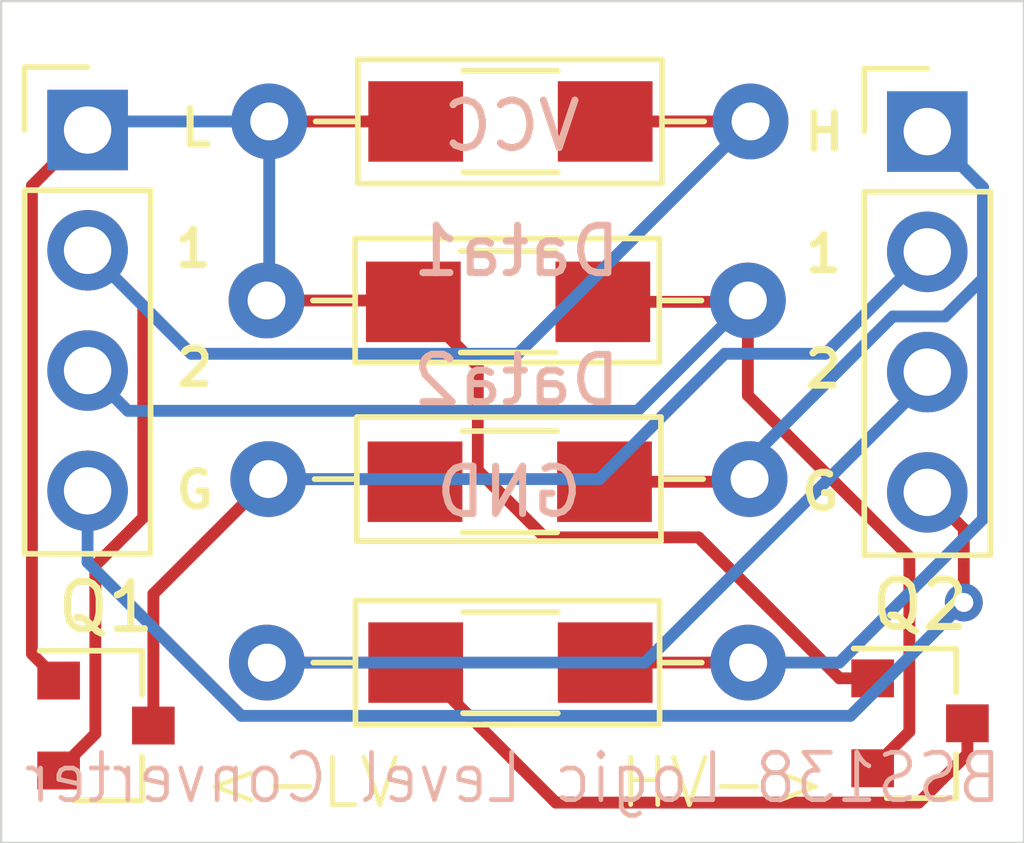
<source format=kicad_pcb>
(kicad_pcb (version 20171130) (host pcbnew "(5.1.8)-1")

  (general
    (thickness 1.6)
    (drawings 19)
    (tracks 71)
    (zones 0)
    (modules 12)
    (nets 8)
  )

  (page A4)
  (layers
    (0 F.Cu signal)
    (31 B.Cu signal)
    (32 B.Adhes user)
    (33 F.Adhes user)
    (34 B.Paste user)
    (35 F.Paste user)
    (36 B.SilkS user)
    (37 F.SilkS user)
    (38 B.Mask user)
    (39 F.Mask user)
    (40 Dwgs.User user)
    (41 Cmts.User user)
    (42 Eco1.User user)
    (43 Eco2.User user)
    (44 Edge.Cuts user)
    (45 Margin user)
    (46 B.CrtYd user)
    (47 F.CrtYd user)
    (48 B.Fab user)
    (49 F.Fab user)
  )

  (setup
    (last_trace_width 0.1524)
    (trace_clearance 0.1524)
    (zone_clearance 0.508)
    (zone_45_only no)
    (trace_min 0.1524)
    (via_size 0.6858)
    (via_drill 0.3302)
    (via_min_size 0.6858)
    (via_min_drill 0.3302)
    (uvia_size 0.6858)
    (uvia_drill 0.3302)
    (uvias_allowed no)
    (uvia_min_size 0.2)
    (uvia_min_drill 0.1)
    (edge_width 0.05)
    (segment_width 0.2)
    (pcb_text_width 0.3)
    (pcb_text_size 1.5 1.5)
    (mod_edge_width 0.12)
    (mod_text_size 1 1)
    (mod_text_width 0.15)
    (pad_size 1.524 1.524)
    (pad_drill 0.762)
    (pad_to_mask_clearance 0.0508)
    (solder_mask_min_width 0.1016)
    (aux_axis_origin 0 0)
    (visible_elements 7FFFF7FF)
    (pcbplotparams
      (layerselection 0x010fc_ffffffff)
      (usegerberextensions false)
      (usegerberattributes true)
      (usegerberadvancedattributes true)
      (creategerberjobfile true)
      (excludeedgelayer true)
      (linewidth 0.100000)
      (plotframeref false)
      (viasonmask false)
      (mode 1)
      (useauxorigin false)
      (hpglpennumber 1)
      (hpglpenspeed 20)
      (hpglpendiameter 15.000000)
      (psnegative false)
      (psa4output false)
      (plotreference true)
      (plotvalue true)
      (plotinvisibletext false)
      (padsonsilk false)
      (subtractmaskfromsilk false)
      (outputformat 1)
      (mirror false)
      (drillshape 0)
      (scaleselection 1)
      (outputdirectory ""))
  )

  (net 0 "")
  (net 1 +3V3)
  (net 2 "Net-(J1-Pad2)")
  (net 3 "Net-(J1-Pad3)")
  (net 4 GND)
  (net 5 +5V)
  (net 6 "Net-(J2-Pad2)")
  (net 7 "Net-(J2-Pad3)")

  (net_class Default "This is the default net class."
    (clearance 0.1524)
    (trace_width 0.1524)
    (via_dia 0.6858)
    (via_drill 0.3302)
    (uvia_dia 0.6858)
    (uvia_drill 0.3302)
    (add_net +3V3)
    (add_net +5V)
    (add_net GND)
    (add_net "Net-(J1-Pad2)")
    (add_net "Net-(J1-Pad3)")
    (add_net "Net-(J2-Pad2)")
    (add_net "Net-(J2-Pad3)")
  )

  (module Resistors_ThroughHole:R_Axial_DIN0207_L6.3mm_D2.5mm_P10.16mm_Horizontal (layer F.Cu) (tedit 5874F706) (tstamp 5FC1ABD9)
    (at 255.827433 132.013951 180)
    (descr "Resistor, Axial_DIN0207 series, Axial, Horizontal, pin pitch=10.16mm, 0.25W = 1/4W, length*diameter=6.3*2.5mm^2, http://cdn-reichelt.de/documents/datenblatt/B400/1_4W%23YAG.pdf")
    (tags "Resistor Axial_DIN0207 series Axial Horizontal pin pitch 10.16mm 0.25W = 1/4W length 6.3mm diameter 2.5mm")
    (path /5FC1FD5E)
    (fp_text reference R2a1 (at 5.08 -2.31) (layer F.SilkS) hide
      (effects (font (size 1 1) (thickness 0.15)))
    )
    (fp_text value 10K (at 5.08 2.31) (layer F.Fab) hide
      (effects (font (size 1 1) (thickness 0.15)))
    )
    (fp_line (start 11.25 -1.6) (end -1.05 -1.6) (layer F.CrtYd) (width 0.05))
    (fp_line (start 11.25 1.6) (end 11.25 -1.6) (layer F.CrtYd) (width 0.05))
    (fp_line (start -1.05 1.6) (end 11.25 1.6) (layer F.CrtYd) (width 0.05))
    (fp_line (start -1.05 -1.6) (end -1.05 1.6) (layer F.CrtYd) (width 0.05))
    (fp_line (start 9.18 0) (end 8.29 0) (layer F.SilkS) (width 0.12))
    (fp_line (start 0.98 0) (end 1.87 0) (layer F.SilkS) (width 0.12))
    (fp_line (start 8.29 -1.31) (end 1.87 -1.31) (layer F.SilkS) (width 0.12))
    (fp_line (start 8.29 1.31) (end 8.29 -1.31) (layer F.SilkS) (width 0.12))
    (fp_line (start 1.87 1.31) (end 8.29 1.31) (layer F.SilkS) (width 0.12))
    (fp_line (start 1.87 -1.31) (end 1.87 1.31) (layer F.SilkS) (width 0.12))
    (fp_line (start 10.16 0) (end 8.23 0) (layer F.Fab) (width 0.1))
    (fp_line (start 0 0) (end 1.93 0) (layer F.Fab) (width 0.1))
    (fp_line (start 8.23 -1.25) (end 1.93 -1.25) (layer F.Fab) (width 0.1))
    (fp_line (start 8.23 1.25) (end 8.23 -1.25) (layer F.Fab) (width 0.1))
    (fp_line (start 1.93 1.25) (end 8.23 1.25) (layer F.Fab) (width 0.1))
    (fp_line (start 1.93 -1.25) (end 1.93 1.25) (layer F.Fab) (width 0.1))
    (pad 2 thru_hole oval (at 10.16 0 180) (size 1.6 1.6) (drill 0.8) (layers *.Cu *.Mask)
      (net 6 "Net-(J2-Pad2)"))
    (pad 1 thru_hole circle (at 0 0 180) (size 1.6 1.6) (drill 0.8) (layers *.Cu *.Mask)
      (net 5 +5V))
    (model ${KISYS3DMOD}/Resistors_THT.3dshapes/R_Axial_DIN0207_L6.3mm_D2.5mm_P10.16mm_Horizontal.wrl
      (at (xyz 0 0 0))
      (scale (xyz 0.393701 0.393701 0.393701))
      (rotate (xyz 0 0 0))
    )
  )

  (module Resistors_ThroughHole:R_Axial_DIN0207_L6.3mm_D2.5mm_P10.16mm_Horizontal (layer F.Cu) (tedit 5874F706) (tstamp 5FC1ABDF)
    (at 255.798287 135.89 180)
    (descr "Resistor, Axial_DIN0207 series, Axial, Horizontal, pin pitch=10.16mm, 0.25W = 1/4W, length*diameter=6.3*2.5mm^2, http://cdn-reichelt.de/documents/datenblatt/B400/1_4W%23YAG.pdf")
    (tags "Resistor Axial_DIN0207 series Axial Horizontal pin pitch 10.16mm 0.25W = 1/4W length 6.3mm diameter 2.5mm")
    (path /5FC20A9A)
    (fp_text reference R4a1 (at 5.08 -2.31) (layer F.SilkS) hide
      (effects (font (size 1 1) (thickness 0.15)))
    )
    (fp_text value 10K (at 5.08 2.31) (layer F.Fab) hide
      (effects (font (size 1 1) (thickness 0.15)))
    )
    (fp_line (start 1.93 -1.25) (end 1.93 1.25) (layer F.Fab) (width 0.1))
    (fp_line (start 1.93 1.25) (end 8.23 1.25) (layer F.Fab) (width 0.1))
    (fp_line (start 8.23 1.25) (end 8.23 -1.25) (layer F.Fab) (width 0.1))
    (fp_line (start 8.23 -1.25) (end 1.93 -1.25) (layer F.Fab) (width 0.1))
    (fp_line (start 0 0) (end 1.93 0) (layer F.Fab) (width 0.1))
    (fp_line (start 10.16 0) (end 8.23 0) (layer F.Fab) (width 0.1))
    (fp_line (start 1.87 -1.31) (end 1.87 1.31) (layer F.SilkS) (width 0.12))
    (fp_line (start 1.87 1.31) (end 8.29 1.31) (layer F.SilkS) (width 0.12))
    (fp_line (start 8.29 1.31) (end 8.29 -1.31) (layer F.SilkS) (width 0.12))
    (fp_line (start 8.29 -1.31) (end 1.87 -1.31) (layer F.SilkS) (width 0.12))
    (fp_line (start 0.98 0) (end 1.87 0) (layer F.SilkS) (width 0.12))
    (fp_line (start 9.18 0) (end 8.29 0) (layer F.SilkS) (width 0.12))
    (fp_line (start -1.05 -1.6) (end -1.05 1.6) (layer F.CrtYd) (width 0.05))
    (fp_line (start -1.05 1.6) (end 11.25 1.6) (layer F.CrtYd) (width 0.05))
    (fp_line (start 11.25 1.6) (end 11.25 -1.6) (layer F.CrtYd) (width 0.05))
    (fp_line (start 11.25 -1.6) (end -1.05 -1.6) (layer F.CrtYd) (width 0.05))
    (pad 1 thru_hole circle (at 0 0 180) (size 1.6 1.6) (drill 0.8) (layers *.Cu *.Mask)
      (net 5 +5V))
    (pad 2 thru_hole oval (at 10.16 0 180) (size 1.6 1.6) (drill 0.8) (layers *.Cu *.Mask)
      (net 7 "Net-(J2-Pad3)"))
    (model ${KISYS3DMOD}/Resistors_THT.3dshapes/R_Axial_DIN0207_L6.3mm_D2.5mm_P10.16mm_Horizontal.wrl
      (at (xyz 0 0 0))
      (scale (xyz 0.393701 0.393701 0.393701))
      (rotate (xyz 0 0 0))
    )
  )

  (module Resistors_ThroughHole:R_Axial_DIN0207_L6.3mm_D2.5mm_P10.16mm_Horizontal (layer F.Cu) (tedit 5874F706) (tstamp 5FC1ABDC)
    (at 245.63162 128.241759)
    (descr "Resistor, Axial_DIN0207 series, Axial, Horizontal, pin pitch=10.16mm, 0.25W = 1/4W, length*diameter=6.3*2.5mm^2, http://cdn-reichelt.de/documents/datenblatt/B400/1_4W%23YAG.pdf")
    (tags "Resistor Axial_DIN0207 series Axial Horizontal pin pitch 10.16mm 0.25W = 1/4W length 6.3mm diameter 2.5mm")
    (path /5FC20525)
    (fp_text reference R3a1 (at 5.08 -2.31) (layer F.SilkS) hide
      (effects (font (size 1 1) (thickness 0.15)))
    )
    (fp_text value 10k (at 5.08 2.31) (layer F.Fab) hide
      (effects (font (size 1 1) (thickness 0.15)))
    )
    (fp_line (start 11.25 -1.6) (end -1.05 -1.6) (layer F.CrtYd) (width 0.05))
    (fp_line (start 11.25 1.6) (end 11.25 -1.6) (layer F.CrtYd) (width 0.05))
    (fp_line (start -1.05 1.6) (end 11.25 1.6) (layer F.CrtYd) (width 0.05))
    (fp_line (start -1.05 -1.6) (end -1.05 1.6) (layer F.CrtYd) (width 0.05))
    (fp_line (start 9.18 0) (end 8.29 0) (layer F.SilkS) (width 0.12))
    (fp_line (start 0.98 0) (end 1.87 0) (layer F.SilkS) (width 0.12))
    (fp_line (start 8.29 -1.31) (end 1.87 -1.31) (layer F.SilkS) (width 0.12))
    (fp_line (start 8.29 1.31) (end 8.29 -1.31) (layer F.SilkS) (width 0.12))
    (fp_line (start 1.87 1.31) (end 8.29 1.31) (layer F.SilkS) (width 0.12))
    (fp_line (start 1.87 -1.31) (end 1.87 1.31) (layer F.SilkS) (width 0.12))
    (fp_line (start 10.16 0) (end 8.23 0) (layer F.Fab) (width 0.1))
    (fp_line (start 0 0) (end 1.93 0) (layer F.Fab) (width 0.1))
    (fp_line (start 8.23 -1.25) (end 1.93 -1.25) (layer F.Fab) (width 0.1))
    (fp_line (start 8.23 1.25) (end 8.23 -1.25) (layer F.Fab) (width 0.1))
    (fp_line (start 1.93 1.25) (end 8.23 1.25) (layer F.Fab) (width 0.1))
    (fp_line (start 1.93 -1.25) (end 1.93 1.25) (layer F.Fab) (width 0.1))
    (pad 2 thru_hole oval (at 10.16 0) (size 1.6 1.6) (drill 0.8) (layers *.Cu *.Mask)
      (net 3 "Net-(J1-Pad3)"))
    (pad 1 thru_hole circle (at 0 0) (size 1.6 1.6) (drill 0.8) (layers *.Cu *.Mask)
      (net 1 +3V3))
    (model ${KISYS3DMOD}/Resistors_THT.3dshapes/R_Axial_DIN0207_L6.3mm_D2.5mm_P10.16mm_Horizontal.wrl
      (at (xyz 0 0 0))
      (scale (xyz 0.393701 0.393701 0.393701))
      (rotate (xyz 0 0 0))
    )
  )

  (module Resistors_ThroughHole:R_Axial_DIN0207_L6.3mm_D2.5mm_P10.16mm_Horizontal (layer F.Cu) (tedit 5874F706) (tstamp 5FC1ABD6)
    (at 245.688101 124.46)
    (descr "Resistor, Axial_DIN0207 series, Axial, Horizontal, pin pitch=10.16mm, 0.25W = 1/4W, length*diameter=6.3*2.5mm^2, http://cdn-reichelt.de/documents/datenblatt/B400/1_4W%23YAG.pdf")
    (tags "Resistor Axial_DIN0207 series Axial Horizontal pin pitch 10.16mm 0.25W = 1/4W length 6.3mm diameter 2.5mm")
    (path /5FC1F3F9)
    (fp_text reference R1a1 (at 5.08 -2.31) (layer F.SilkS) hide
      (effects (font (size 1 1) (thickness 0.15)))
    )
    (fp_text value 10K (at 5.08 2.31) (layer F.Fab) hide
      (effects (font (size 1 1) (thickness 0.15)))
    )
    (fp_line (start 11.25 -1.6) (end -1.05 -1.6) (layer F.CrtYd) (width 0.05))
    (fp_line (start 11.25 1.6) (end 11.25 -1.6) (layer F.CrtYd) (width 0.05))
    (fp_line (start -1.05 1.6) (end 11.25 1.6) (layer F.CrtYd) (width 0.05))
    (fp_line (start -1.05 -1.6) (end -1.05 1.6) (layer F.CrtYd) (width 0.05))
    (fp_line (start 9.18 0) (end 8.29 0) (layer F.SilkS) (width 0.12))
    (fp_line (start 0.98 0) (end 1.87 0) (layer F.SilkS) (width 0.12))
    (fp_line (start 8.29 -1.31) (end 1.87 -1.31) (layer F.SilkS) (width 0.12))
    (fp_line (start 8.29 1.31) (end 8.29 -1.31) (layer F.SilkS) (width 0.12))
    (fp_line (start 1.87 1.31) (end 8.29 1.31) (layer F.SilkS) (width 0.12))
    (fp_line (start 1.87 -1.31) (end 1.87 1.31) (layer F.SilkS) (width 0.12))
    (fp_line (start 10.16 0) (end 8.23 0) (layer F.Fab) (width 0.1))
    (fp_line (start 0 0) (end 1.93 0) (layer F.Fab) (width 0.1))
    (fp_line (start 8.23 -1.25) (end 1.93 -1.25) (layer F.Fab) (width 0.1))
    (fp_line (start 8.23 1.25) (end 8.23 -1.25) (layer F.Fab) (width 0.1))
    (fp_line (start 1.93 1.25) (end 8.23 1.25) (layer F.Fab) (width 0.1))
    (fp_line (start 1.93 -1.25) (end 1.93 1.25) (layer F.Fab) (width 0.1))
    (pad 2 thru_hole oval (at 10.16 0) (size 1.6 1.6) (drill 0.8) (layers *.Cu *.Mask)
      (net 2 "Net-(J1-Pad2)"))
    (pad 1 thru_hole circle (at 0 0) (size 1.6 1.6) (drill 0.8) (layers *.Cu *.Mask)
      (net 1 +3V3))
    (model ${KISYS3DMOD}/Resistors_THT.3dshapes/R_Axial_DIN0207_L6.3mm_D2.5mm_P10.16mm_Horizontal.wrl
      (at (xyz 0 0 0))
      (scale (xyz 0.393701 0.393701 0.393701))
      (rotate (xyz 0 0 0))
    )
  )

  (module Resistors_SMD:R_1206_HandSoldering (layer F.Cu) (tedit 58E0A804) (tstamp 5FBF289C)
    (at 250.78 135.89 180)
    (descr "Resistor SMD 1206, hand soldering")
    (tags "resistor 1206")
    (path /5FBFE280)
    (attr smd)
    (fp_text reference R4 (at 0 -1.85) (layer F.SilkS) hide
      (effects (font (size 1 1) (thickness 0.15)))
    )
    (fp_text value 10K (at 0 1.9) (layer F.Fab)
      (effects (font (size 1 1) (thickness 0.15)))
    )
    (fp_line (start -1.6 0.8) (end -1.6 -0.8) (layer F.Fab) (width 0.1))
    (fp_line (start 1.6 0.8) (end -1.6 0.8) (layer F.Fab) (width 0.1))
    (fp_line (start 1.6 -0.8) (end 1.6 0.8) (layer F.Fab) (width 0.1))
    (fp_line (start -1.6 -0.8) (end 1.6 -0.8) (layer F.Fab) (width 0.1))
    (fp_line (start 1 1.07) (end -1 1.07) (layer F.SilkS) (width 0.12))
    (fp_line (start -1 -1.07) (end 1 -1.07) (layer F.SilkS) (width 0.12))
    (fp_line (start -3.25 -1.11) (end 3.25 -1.11) (layer F.CrtYd) (width 0.05))
    (fp_line (start -3.25 -1.11) (end -3.25 1.1) (layer F.CrtYd) (width 0.05))
    (fp_line (start 3.25 1.1) (end 3.25 -1.11) (layer F.CrtYd) (width 0.05))
    (fp_line (start 3.25 1.1) (end -3.25 1.1) (layer F.CrtYd) (width 0.05))
    (fp_text user %R (at 0 0) (layer F.Fab)
      (effects (font (size 0.7 0.7) (thickness 0.105)))
    )
    (pad 1 smd rect (at -2 0 180) (size 2 1.7) (layers F.Cu F.Paste F.Mask)
      (net 5 +5V))
    (pad 2 smd rect (at 2 0 180) (size 2 1.7) (layers F.Cu F.Paste F.Mask)
      (net 7 "Net-(J2-Pad3)"))
    (model ${KISYS3DMOD}/Resistors_SMD.3dshapes/R_1206.wrl
      (at (xyz 0 0 0))
      (scale (xyz 1 1 1))
      (rotate (xyz 0 0 0))
    )
  )

  (module Resistors_SMD:R_1206_HandSoldering (layer F.Cu) (tedit 58E0A804) (tstamp 5FBF2899)
    (at 250.73 128.27)
    (descr "Resistor SMD 1206, hand soldering")
    (tags "resistor 1206")
    (path /5FBFD8C9)
    (attr smd)
    (fp_text reference R3 (at 0 -1.85) (layer F.SilkS) hide
      (effects (font (size 1 1) (thickness 0.15)))
    )
    (fp_text value 10K (at 0 1.9) (layer F.Fab)
      (effects (font (size 1 1) (thickness 0.15)))
    )
    (fp_line (start -1.6 0.8) (end -1.6 -0.8) (layer F.Fab) (width 0.1))
    (fp_line (start 1.6 0.8) (end -1.6 0.8) (layer F.Fab) (width 0.1))
    (fp_line (start 1.6 -0.8) (end 1.6 0.8) (layer F.Fab) (width 0.1))
    (fp_line (start -1.6 -0.8) (end 1.6 -0.8) (layer F.Fab) (width 0.1))
    (fp_line (start 1 1.07) (end -1 1.07) (layer F.SilkS) (width 0.12))
    (fp_line (start -1 -1.07) (end 1 -1.07) (layer F.SilkS) (width 0.12))
    (fp_line (start -3.25 -1.11) (end 3.25 -1.11) (layer F.CrtYd) (width 0.05))
    (fp_line (start -3.25 -1.11) (end -3.25 1.1) (layer F.CrtYd) (width 0.05))
    (fp_line (start 3.25 1.1) (end 3.25 -1.11) (layer F.CrtYd) (width 0.05))
    (fp_line (start 3.25 1.1) (end -3.25 1.1) (layer F.CrtYd) (width 0.05))
    (fp_text user %R (at 0 0) (layer F.Fab)
      (effects (font (size 0.7 0.7) (thickness 0.105)))
    )
    (pad 1 smd rect (at -2 0) (size 2 1.7) (layers F.Cu F.Paste F.Mask)
      (net 1 +3V3))
    (pad 2 smd rect (at 2 0) (size 2 1.7) (layers F.Cu F.Paste F.Mask)
      (net 3 "Net-(J1-Pad3)"))
    (model ${KISYS3DMOD}/Resistors_SMD.3dshapes/R_1206.wrl
      (at (xyz 0 0 0))
      (scale (xyz 1 1 1))
      (rotate (xyz 0 0 0))
    )
  )

  (module Resistors_SMD:R_1206_HandSoldering (layer F.Cu) (tedit 58E0A804) (tstamp 5FBF2896)
    (at 250.765491 132.06979 180)
    (descr "Resistor SMD 1206, hand soldering")
    (tags "resistor 1206")
    (path /5FBFD122)
    (attr smd)
    (fp_text reference R2 (at 0 -1.85) (layer F.SilkS) hide
      (effects (font (size 1 1) (thickness 0.15)))
    )
    (fp_text value 10K (at 0 1.9) (layer F.Fab)
      (effects (font (size 1 1) (thickness 0.15)))
    )
    (fp_line (start -1.6 0.8) (end -1.6 -0.8) (layer F.Fab) (width 0.1))
    (fp_line (start 1.6 0.8) (end -1.6 0.8) (layer F.Fab) (width 0.1))
    (fp_line (start 1.6 -0.8) (end 1.6 0.8) (layer F.Fab) (width 0.1))
    (fp_line (start -1.6 -0.8) (end 1.6 -0.8) (layer F.Fab) (width 0.1))
    (fp_line (start 1 1.07) (end -1 1.07) (layer F.SilkS) (width 0.12))
    (fp_line (start -1 -1.07) (end 1 -1.07) (layer F.SilkS) (width 0.12))
    (fp_line (start -3.25 -1.11) (end 3.25 -1.11) (layer F.CrtYd) (width 0.05))
    (fp_line (start -3.25 -1.11) (end -3.25 1.1) (layer F.CrtYd) (width 0.05))
    (fp_line (start 3.25 1.1) (end 3.25 -1.11) (layer F.CrtYd) (width 0.05))
    (fp_line (start 3.25 1.1) (end -3.25 1.1) (layer F.CrtYd) (width 0.05))
    (fp_text user %R (at 0 0) (layer F.Fab)
      (effects (font (size 0.7 0.7) (thickness 0.105)))
    )
    (pad 1 smd rect (at -2 0 180) (size 2 1.7) (layers F.Cu F.Paste F.Mask)
      (net 5 +5V))
    (pad 2 smd rect (at 2 0 180) (size 2 1.7) (layers F.Cu F.Paste F.Mask)
      (net 6 "Net-(J2-Pad2)"))
    (model ${KISYS3DMOD}/Resistors_SMD.3dshapes/R_1206.wrl
      (at (xyz 0 0 0))
      (scale (xyz 1 1 1))
      (rotate (xyz 0 0 0))
    )
  )

  (module Resistors_SMD:R_1206_HandSoldering (layer F.Cu) (tedit 58E0A804) (tstamp 5FBF2893)
    (at 250.78 124.46)
    (descr "Resistor SMD 1206, hand soldering")
    (tags "resistor 1206")
    (path /5FBFC7F3)
    (attr smd)
    (fp_text reference R1 (at 0 -1.85) (layer F.SilkS) hide
      (effects (font (size 1 1) (thickness 0.15)))
    )
    (fp_text value 10K (at 0 1.9) (layer F.Fab)
      (effects (font (size 1 1) (thickness 0.15)))
    )
    (fp_line (start -1.6 0.8) (end -1.6 -0.8) (layer F.Fab) (width 0.1))
    (fp_line (start 1.6 0.8) (end -1.6 0.8) (layer F.Fab) (width 0.1))
    (fp_line (start 1.6 -0.8) (end 1.6 0.8) (layer F.Fab) (width 0.1))
    (fp_line (start -1.6 -0.8) (end 1.6 -0.8) (layer F.Fab) (width 0.1))
    (fp_line (start 1 1.07) (end -1 1.07) (layer F.SilkS) (width 0.12))
    (fp_line (start -1 -1.07) (end 1 -1.07) (layer F.SilkS) (width 0.12))
    (fp_line (start -3.25 -1.11) (end 3.25 -1.11) (layer F.CrtYd) (width 0.05))
    (fp_line (start -3.25 -1.11) (end -3.25 1.1) (layer F.CrtYd) (width 0.05))
    (fp_line (start 3.25 1.1) (end 3.25 -1.11) (layer F.CrtYd) (width 0.05))
    (fp_line (start 3.25 1.1) (end -3.25 1.1) (layer F.CrtYd) (width 0.05))
    (fp_text user %R (at 0 0) (layer F.Fab)
      (effects (font (size 0.7 0.7) (thickness 0.105)))
    )
    (pad 1 smd rect (at -2 0) (size 2 1.7) (layers F.Cu F.Paste F.Mask)
      (net 1 +3V3))
    (pad 2 smd rect (at 2 0) (size 2 1.7) (layers F.Cu F.Paste F.Mask)
      (net 2 "Net-(J1-Pad2)"))
    (model ${KISYS3DMOD}/Resistors_SMD.3dshapes/R_1206.wrl
      (at (xyz 0 0 0))
      (scale (xyz 1 1 1))
      (rotate (xyz 0 0 0))
    )
  )

  (module TO_SOT_Packages_SMD:SOT-23 (layer F.Cu) (tedit 58CE4E7E) (tstamp 5FBF2890)
    (at 259.425504 137.172122)
    (descr "SOT-23, Standard")
    (tags SOT-23)
    (path /5FBF7A03)
    (attr smd)
    (fp_text reference Q2 (at 0 -2.5) (layer F.SilkS)
      (effects (font (size 1 1) (thickness 0.15)))
    )
    (fp_text value BSS138 (at -4.155504 1.257878) (layer F.Fab) hide
      (effects (font (size 1 1) (thickness 0.15)))
    )
    (fp_line (start 0.76 1.58) (end -0.7 1.58) (layer F.SilkS) (width 0.12))
    (fp_line (start 0.76 -1.58) (end -1.4 -1.58) (layer F.SilkS) (width 0.12))
    (fp_line (start -1.7 1.75) (end -1.7 -1.75) (layer F.CrtYd) (width 0.05))
    (fp_line (start 1.7 1.75) (end -1.7 1.75) (layer F.CrtYd) (width 0.05))
    (fp_line (start 1.7 -1.75) (end 1.7 1.75) (layer F.CrtYd) (width 0.05))
    (fp_line (start -1.7 -1.75) (end 1.7 -1.75) (layer F.CrtYd) (width 0.05))
    (fp_line (start 0.76 -1.58) (end 0.76 -0.65) (layer F.SilkS) (width 0.12))
    (fp_line (start 0.76 1.58) (end 0.76 0.65) (layer F.SilkS) (width 0.12))
    (fp_line (start -0.7 1.52) (end 0.7 1.52) (layer F.Fab) (width 0.1))
    (fp_line (start 0.7 -1.52) (end 0.7 1.52) (layer F.Fab) (width 0.1))
    (fp_line (start -0.7 -0.95) (end -0.15 -1.52) (layer F.Fab) (width 0.1))
    (fp_line (start -0.15 -1.52) (end 0.7 -1.52) (layer F.Fab) (width 0.1))
    (fp_line (start -0.7 -0.95) (end -0.7 1.5) (layer F.Fab) (width 0.1))
    (fp_text user %R (at 0 0 90) (layer F.Fab)
      (effects (font (size 0.5 0.5) (thickness 0.075)))
    )
    (pad 3 smd rect (at 1 0) (size 0.9 0.8) (layers F.Cu F.Paste F.Mask)
      (net 7 "Net-(J2-Pad3)"))
    (pad 2 smd rect (at -1 0.95) (size 0.9 0.8) (layers F.Cu F.Paste F.Mask)
      (net 3 "Net-(J1-Pad3)"))
    (pad 1 smd rect (at -1 -0.95) (size 0.9 0.8) (layers F.Cu F.Paste F.Mask)
      (net 1 +3V3))
    (model ${KISYS3DMOD}/TO_SOT_Packages_SMD.3dshapes/SOT-23.wrl
      (at (xyz 0 0 0))
      (scale (xyz 1 1 1))
      (rotate (xyz 0 0 0))
    )
  )

  (module TO_SOT_Packages_SMD:SOT-23 (layer F.Cu) (tedit 58CE4E7E) (tstamp 5FBF288D)
    (at 242.242303 137.21919)
    (descr "SOT-23, Standard")
    (tags SOT-23)
    (path /5FBF301C)
    (attr smd)
    (fp_text reference Q1 (at 0 -2.5) (layer F.SilkS)
      (effects (font (size 1 1) (thickness 0.15)))
    )
    (fp_text value BSS138 (at 5.407697 1.21081) (layer F.Fab) hide
      (effects (font (size 1 1) (thickness 0.15)))
    )
    (fp_line (start -0.7 -0.95) (end -0.7 1.5) (layer F.Fab) (width 0.1))
    (fp_line (start -0.15 -1.52) (end 0.7 -1.52) (layer F.Fab) (width 0.1))
    (fp_line (start -0.7 -0.95) (end -0.15 -1.52) (layer F.Fab) (width 0.1))
    (fp_line (start 0.7 -1.52) (end 0.7 1.52) (layer F.Fab) (width 0.1))
    (fp_line (start -0.7 1.52) (end 0.7 1.52) (layer F.Fab) (width 0.1))
    (fp_line (start 0.76 1.58) (end 0.76 0.65) (layer F.SilkS) (width 0.12))
    (fp_line (start 0.76 -1.58) (end 0.76 -0.65) (layer F.SilkS) (width 0.12))
    (fp_line (start -1.7 -1.75) (end 1.7 -1.75) (layer F.CrtYd) (width 0.05))
    (fp_line (start 1.7 -1.75) (end 1.7 1.75) (layer F.CrtYd) (width 0.05))
    (fp_line (start 1.7 1.75) (end -1.7 1.75) (layer F.CrtYd) (width 0.05))
    (fp_line (start -1.7 1.75) (end -1.7 -1.75) (layer F.CrtYd) (width 0.05))
    (fp_line (start 0.76 -1.58) (end -1.4 -1.58) (layer F.SilkS) (width 0.12))
    (fp_line (start 0.76 1.58) (end -0.7 1.58) (layer F.SilkS) (width 0.12))
    (fp_text user %R (at 0 0 90) (layer F.Fab)
      (effects (font (size 0.5 0.5) (thickness 0.075)))
    )
    (pad 1 smd rect (at -1 -0.95) (size 0.9 0.8) (layers F.Cu F.Paste F.Mask)
      (net 1 +3V3))
    (pad 2 smd rect (at -1 0.95) (size 0.9 0.8) (layers F.Cu F.Paste F.Mask)
      (net 2 "Net-(J1-Pad2)"))
    (pad 3 smd rect (at 1 0) (size 0.9 0.8) (layers F.Cu F.Paste F.Mask)
      (net 6 "Net-(J2-Pad2)"))
    (model ${KISYS3DMOD}/TO_SOT_Packages_SMD.3dshapes/SOT-23.wrl
      (at (xyz 0 0 0))
      (scale (xyz 1 1 1))
      (rotate (xyz 0 0 0))
    )
  )

  (module Pin_Headers:Pin_Header_Straight_1x04_Pitch2.54mm (layer F.Cu) (tedit 59650532) (tstamp 5FBF288A)
    (at 259.578986 124.674223)
    (descr "Through hole straight pin header, 1x04, 2.54mm pitch, single row")
    (tags "Through hole pin header THT 1x04 2.54mm single row")
    (path /5FBFA7EB)
    (fp_text reference J2 (at 0 -2.33) (layer F.SilkS) hide
      (effects (font (size 1 1) (thickness 0.15)))
    )
    (fp_text value HV (at -0.21 -2.75) (layer F.SilkS) hide
      (effects (font (size 1 1) (thickness 0.15)))
    )
    (fp_line (start 1.8 -1.8) (end -1.8 -1.8) (layer F.CrtYd) (width 0.05))
    (fp_line (start 1.8 9.4) (end 1.8 -1.8) (layer F.CrtYd) (width 0.05))
    (fp_line (start -1.8 9.4) (end 1.8 9.4) (layer F.CrtYd) (width 0.05))
    (fp_line (start -1.8 -1.8) (end -1.8 9.4) (layer F.CrtYd) (width 0.05))
    (fp_line (start -1.33 -1.33) (end 0 -1.33) (layer F.SilkS) (width 0.12))
    (fp_line (start -1.33 0) (end -1.33 -1.33) (layer F.SilkS) (width 0.12))
    (fp_line (start -1.33 1.27) (end 1.33 1.27) (layer F.SilkS) (width 0.12))
    (fp_line (start 1.33 1.27) (end 1.33 8.95) (layer F.SilkS) (width 0.12))
    (fp_line (start -1.33 1.27) (end -1.33 8.95) (layer F.SilkS) (width 0.12))
    (fp_line (start -1.33 8.95) (end 1.33 8.95) (layer F.SilkS) (width 0.12))
    (fp_line (start -1.27 -0.635) (end -0.635 -1.27) (layer F.Fab) (width 0.1))
    (fp_line (start -1.27 8.89) (end -1.27 -0.635) (layer F.Fab) (width 0.1))
    (fp_line (start 1.27 8.89) (end -1.27 8.89) (layer F.Fab) (width 0.1))
    (fp_line (start 1.27 -1.27) (end 1.27 8.89) (layer F.Fab) (width 0.1))
    (fp_line (start -0.635 -1.27) (end 1.27 -1.27) (layer F.Fab) (width 0.1))
    (fp_text user %R (at 0 3.81 90) (layer F.Fab)
      (effects (font (size 1 1) (thickness 0.15)))
    )
    (pad 4 thru_hole oval (at 0 7.62) (size 1.7 1.7) (drill 1) (layers *.Cu *.Mask)
      (net 4 GND))
    (pad 3 thru_hole oval (at 0 5.08) (size 1.7 1.7) (drill 1) (layers *.Cu *.Mask)
      (net 7 "Net-(J2-Pad3)"))
    (pad 2 thru_hole oval (at 0 2.54) (size 1.7 1.7) (drill 1) (layers *.Cu *.Mask)
      (net 6 "Net-(J2-Pad2)"))
    (pad 1 thru_hole rect (at 0 0) (size 1.7 1.7) (drill 1) (layers *.Cu *.Mask)
      (net 5 +5V))
    (model ${KISYS3DMOD}/Pin_Headers.3dshapes/Pin_Header_Straight_1x04_Pitch2.54mm.wrl
      (at (xyz 0 0 0))
      (scale (xyz 1 1 1))
      (rotate (xyz 0 0 0))
    )
  )

  (module Pin_Headers:Pin_Header_Straight_1x04_Pitch2.54mm (layer F.Cu) (tedit 59650532) (tstamp 5FBF2887)
    (at 241.854087 124.641591)
    (descr "Through hole straight pin header, 1x04, 2.54mm pitch, single row")
    (tags "Through hole pin header THT 1x04 2.54mm single row")
    (path /5FBFB7AF)
    (fp_text reference J1 (at 0 -2.33) (layer F.SilkS) hide
      (effects (font (size 1 1) (thickness 0.15)))
    )
    (fp_text value LV (at 0.28909 -2.754195) (layer F.SilkS) hide
      (effects (font (size 1 1) (thickness 0.15)))
    )
    (fp_line (start 1.8 -1.8) (end -1.8 -1.8) (layer F.CrtYd) (width 0.05))
    (fp_line (start 1.8 9.4) (end 1.8 -1.8) (layer F.CrtYd) (width 0.05))
    (fp_line (start -1.8 9.4) (end 1.8 9.4) (layer F.CrtYd) (width 0.05))
    (fp_line (start -1.8 -1.8) (end -1.8 9.4) (layer F.CrtYd) (width 0.05))
    (fp_line (start -1.33 -1.33) (end 0 -1.33) (layer F.SilkS) (width 0.12))
    (fp_line (start -1.33 0) (end -1.33 -1.33) (layer F.SilkS) (width 0.12))
    (fp_line (start -1.33 1.27) (end 1.33 1.27) (layer F.SilkS) (width 0.12))
    (fp_line (start 1.33 1.27) (end 1.33 8.95) (layer F.SilkS) (width 0.12))
    (fp_line (start -1.33 1.27) (end -1.33 8.95) (layer F.SilkS) (width 0.12))
    (fp_line (start -1.33 8.95) (end 1.33 8.95) (layer F.SilkS) (width 0.12))
    (fp_line (start -1.27 -0.635) (end -0.635 -1.27) (layer F.Fab) (width 0.1))
    (fp_line (start -1.27 8.89) (end -1.27 -0.635) (layer F.Fab) (width 0.1))
    (fp_line (start 1.27 8.89) (end -1.27 8.89) (layer F.Fab) (width 0.1))
    (fp_line (start 1.27 -1.27) (end 1.27 8.89) (layer F.Fab) (width 0.1))
    (fp_line (start -0.635 -1.27) (end 1.27 -1.27) (layer F.Fab) (width 0.1))
    (fp_text user %R (at 0 3.81 90) (layer F.Fab)
      (effects (font (size 1 1) (thickness 0.15)))
    )
    (pad 4 thru_hole oval (at 0 7.62) (size 1.7 1.7) (drill 1) (layers *.Cu *.Mask)
      (net 4 GND))
    (pad 3 thru_hole oval (at 0 5.08) (size 1.7 1.7) (drill 1) (layers *.Cu *.Mask)
      (net 3 "Net-(J1-Pad3)"))
    (pad 2 thru_hole oval (at 0 2.54) (size 1.7 1.7) (drill 1) (layers *.Cu *.Mask)
      (net 2 "Net-(J1-Pad2)"))
    (pad 1 thru_hole rect (at 0 0) (size 1.7 1.7) (drill 1) (layers *.Cu *.Mask)
      (net 1 +3V3))
    (model ${KISYS3DMOD}/Pin_Headers.3dshapes/Pin_Header_Straight_1x04_Pitch2.54mm.wrl
      (at (xyz 0 0 0))
      (scale (xyz 1 1 1))
      (rotate (xyz 0 0 0))
    )
  )

  (gr_text HV-> (at 255.27 138.43) (layer F.SilkS)
    (effects (font (size 1 1) (thickness 0.1)))
  )
  (gr_text <-LV (at 246.38 138.43) (layer F.SilkS)
    (effects (font (size 1 1) (thickness 0.1)))
  )
  (gr_text "BSS138 Logic Level Converter" (at 250.824999 138.326493) (layer B.SilkS)
    (effects (font (size 1 0.9) (thickness 0.1)) (justify mirror))
  )
  (gr_line (start 261.62 121.92) (end 240.03 121.92) (layer Edge.Cuts) (width 0.05) (tstamp 5FC2FF8E))
  (gr_line (start 261.62 139.7) (end 261.62 121.92) (layer Edge.Cuts) (width 0.05))
  (gr_line (start 240.03 139.7) (end 261.62 139.7) (layer Edge.Cuts) (width 0.05))
  (gr_line (start 240.03 121.92) (end 240.03 139.7) (layer Edge.Cuts) (width 0.05))
  (gr_text G (at 257.32183 132.281239) (layer F.SilkS)
    (effects (font (size 0.75 0.75) (thickness 0.15)))
  )
  (gr_text 2 (at 257.380293 129.690139) (layer F.SilkS)
    (effects (font (size 0.75 0.75) (thickness 0.15)))
  )
  (gr_text 1 (at 257.391986 127.249875) (layer F.SilkS)
    (effects (font (size 0.75 0.75) (thickness 0.15)))
  )
  (gr_text L (at 244.142467 124.598038) (layer F.SilkS)
    (effects (font (size 0.75 0.75) (thickness 0.15)))
  )
  (gr_text G (at 244.114656 132.246614) (layer F.SilkS)
    (effects (font (size 0.75 0.75) (thickness 0.15)))
  )
  (gr_text 2 (at 244.114656 129.65985) (layer F.SilkS)
    (effects (font (size 0.75 0.75) (thickness 0.15)))
  )
  (gr_text 1 (at 244.084693 127.142998) (layer F.SilkS)
    (effects (font (size 0.75 0.75) (thickness 0.15)))
  )
  (gr_text H (at 256.91318 124.685808) (layer F.SilkS)
    (effects (font (size 0.75 0.75) (thickness 0.15)) (justify left))
  )
  (gr_text GND (at 250.750898 132.284744) (layer B.SilkS)
    (effects (font (size 1 1) (thickness 0.15)) (justify mirror))
  )
  (gr_text Data2 (at 250.906223 129.923793) (layer B.SilkS)
    (effects (font (size 1 1) (thickness 0.15)) (justify mirror))
  )
  (gr_text Data1 (at 250.906223 127.196964) (layer B.SilkS)
    (effects (font (size 1 1) (thickness 0.15)) (justify mirror))
  )
  (gr_text VCC (at 250.807818 124.555127) (layer B.SilkS)
    (effects (font (size 1 1) (thickness 0.15)) (justify mirror))
  )

  (segment (start 242.035678 124.46) (end 241.854087 124.641591) (width 0.25) (layer B.Cu) (net 1))
  (segment (start 245.688101 124.46) (end 242.035678 124.46) (width 0.25) (layer B.Cu) (net 1))
  (segment (start 245.688101 128.185278) (end 245.63162 128.241759) (width 0.25) (layer B.Cu) (net 1))
  (segment (start 245.688101 124.46) (end 245.688101 128.185278) (width 0.25) (layer B.Cu) (net 1))
  (segment (start 248.78 124.46) (end 245.688101 124.46) (width 0.25) (layer F.Cu) (net 1))
  (segment (start 248.701759 128.241759) (end 248.73 128.27) (width 0.25) (layer F.Cu) (net 1))
  (segment (start 245.63162 128.241759) (end 248.701759 128.241759) (width 0.25) (layer F.Cu) (net 1))
  (segment (start 240.679086 125.816592) (end 241.854087 124.641591) (width 0.25) (layer F.Cu) (net 1))
  (segment (start 240.679086 135.705973) (end 240.679086 125.816592) (width 0.25) (layer F.Cu) (net 1))
  (segment (start 241.242303 136.26919) (end 240.679086 135.705973) (width 0.25) (layer F.Cu) (net 1))
  (segment (start 250.090492 131.829793) (end 250.090492 129.630492) (width 0.25) (layer F.Cu) (net 1))
  (segment (start 251.50549 133.244791) (end 250.090492 131.829793) (width 0.25) (layer F.Cu) (net 1))
  (segment (start 254.748173 133.244791) (end 251.50549 133.244791) (width 0.25) (layer F.Cu) (net 1))
  (segment (start 250.090492 129.630492) (end 248.73 128.27) (width 0.25) (layer F.Cu) (net 1))
  (segment (start 257.725504 136.222122) (end 254.748173 133.244791) (width 0.25) (layer F.Cu) (net 1))
  (segment (start 258.425504 136.222122) (end 257.725504 136.222122) (width 0.25) (layer F.Cu) (net 1))
  (segment (start 244.039256 129.36676) (end 241.854087 127.181591) (width 0.25) (layer B.Cu) (net 2))
  (segment (start 250.941341 129.36676) (end 244.039256 129.36676) (width 0.25) (layer B.Cu) (net 2))
  (segment (start 255.848101 124.46) (end 250.941341 129.36676) (width 0.25) (layer B.Cu) (net 2))
  (segment (start 252.78 124.46) (end 255.848101 124.46) (width 0.25) (layer F.Cu) (net 2))
  (segment (start 243.029088 128.356592) (end 241.854087 127.181591) (width 0.25) (layer F.Cu) (net 2))
  (segment (start 243.029088 132.825592) (end 243.029088 128.356592) (width 0.25) (layer F.Cu) (net 2))
  (segment (start 242.017304 133.837376) (end 243.029088 132.825592) (width 0.25) (layer F.Cu) (net 2))
  (segment (start 242.017304 137.394189) (end 242.017304 133.837376) (width 0.25) (layer F.Cu) (net 2))
  (segment (start 241.242303 138.16919) (end 242.017304 137.394189) (width 0.25) (layer F.Cu) (net 2))
  (segment (start 253.461789 130.57159) (end 255.79162 128.241759) (width 0.25) (layer B.Cu) (net 3))
  (segment (start 242.704086 130.57159) (end 253.461789 130.57159) (width 0.25) (layer B.Cu) (net 3))
  (segment (start 241.854087 129.721591) (end 242.704086 130.57159) (width 0.25) (layer B.Cu) (net 3))
  (segment (start 255.763379 128.27) (end 255.79162 128.241759) (width 0.25) (layer F.Cu) (net 3))
  (segment (start 252.73 128.27) (end 255.763379 128.27) (width 0.25) (layer F.Cu) (net 3))
  (segment (start 255.79162 130.245859) (end 255.79162 128.241759) (width 0.25) (layer F.Cu) (net 3))
  (segment (start 259.200505 133.654744) (end 255.79162 130.245859) (width 0.25) (layer F.Cu) (net 3))
  (segment (start 259.200505 137.347121) (end 259.200505 133.654744) (width 0.25) (layer F.Cu) (net 3))
  (segment (start 258.425504 138.122122) (end 259.200505 137.347121) (width 0.25) (layer F.Cu) (net 3))
  (segment (start 260.35 133.065237) (end 260.35 134.62) (width 0.25) (layer F.Cu) (net 4) (status 1000000))
  (segment (start 259.578986 132.294223) (end 260.35 133.065237) (width 0.25) (layer F.Cu) (net 4) (status 1000000))
  (segment (start 241.854087 133.770802) (end 241.854087 132.261591) (width 0.25) (layer B.Cu) (net 4) (status 1000000))
  (segment (start 257.954999 137.015001) (end 245.098286 137.015001) (width 0.25) (layer B.Cu) (net 4) (status 1000000))
  (segment (start 245.098286 137.015001) (end 241.854087 133.770802) (width 0.25) (layer B.Cu) (net 4) (status 1000000))
  (segment (start 260.35 134.62) (end 257.954999 137.015001) (width 0.25) (layer B.Cu) (net 4) (status 1000000))
  (via (at 260.35 134.62) (size 0.8) (drill 0.4) (layers F.Cu B.Cu) (net 4) (status 1000000))
  (segment (start 257.722211 135.89) (end 255.798287 135.89) (width 0.25) (layer B.Cu) (net 5))
  (segment (start 260.753987 132.858224) (end 257.722211 135.89) (width 0.25) (layer B.Cu) (net 5))
  (segment (start 260.753987 125.849224) (end 260.753987 132.858224) (width 0.25) (layer B.Cu) (net 5))
  (segment (start 255.827433 131.602186) (end 255.827433 132.013951) (width 0.25) (layer B.Cu) (net 5))
  (segment (start 258.850397 128.579222) (end 255.827433 131.602186) (width 0.25) (layer B.Cu) (net 5))
  (segment (start 259.952989 128.579222) (end 258.850397 128.579222) (width 0.25) (layer B.Cu) (net 5))
  (segment (start 260.753987 127.778224) (end 259.952989 128.579222) (width 0.25) (layer B.Cu) (net 5))
  (segment (start 260.753987 125.849224) (end 260.753987 127.778224) (width 0.25) (layer B.Cu) (net 5))
  (segment (start 259.578986 124.674223) (end 260.753987 125.849224) (width 0.25) (layer B.Cu) (net 5))
  (segment (start 259.578986 124.674223) (end 260.135777 124.674223) (width 0.25) (layer B.Cu) (net 5))
  (segment (start 255.771594 132.06979) (end 255.827433 132.013951) (width 0.25) (layer F.Cu) (net 5))
  (segment (start 252.765491 132.06979) (end 255.771594 132.06979) (width 0.25) (layer F.Cu) (net 5))
  (segment (start 252.78 135.89) (end 255.798287 135.89) (width 0.25) (layer F.Cu) (net 5))
  (segment (start 243.242303 137.21919) (end 243.242303 136.875293) (width 0.25) (layer F.Cu) (net 6))
  (segment (start 252.655838 132.013951) (end 245.667433 132.013951) (width 0.25) (layer B.Cu) (net 6))
  (segment (start 255.303029 129.36676) (end 252.655838 132.013951) (width 0.25) (layer B.Cu) (net 6))
  (segment (start 257.426449 129.36676) (end 255.303029 129.36676) (width 0.25) (layer B.Cu) (net 6))
  (segment (start 259.578986 127.214223) (end 257.426449 129.36676) (width 0.25) (layer B.Cu) (net 6))
  (segment (start 248.709652 132.013951) (end 248.765491 132.06979) (width 0.25) (layer F.Cu) (net 6))
  (segment (start 245.667433 132.013951) (end 248.709652 132.013951) (width 0.25) (layer F.Cu) (net 6))
  (segment (start 243.242303 134.439081) (end 245.667433 132.013951) (width 0.25) (layer F.Cu) (net 6))
  (segment (start 243.242303 137.21919) (end 243.242303 134.439081) (width 0.25) (layer F.Cu) (net 6))
  (segment (start 253.616386 135.89) (end 245.638287 135.89) (width 0.25) (layer B.Cu) (net 7))
  (segment (start 259.578986 129.9274) (end 253.616386 135.89) (width 0.25) (layer B.Cu) (net 7))
  (segment (start 259.578986 129.754223) (end 259.578986 129.9274) (width 0.25) (layer B.Cu) (net 7))
  (segment (start 245.638287 135.89) (end 248.78 135.89) (width 0.25) (layer F.Cu) (net 7))
  (segment (start 251.737123 138.847123) (end 248.78 135.89) (width 0.25) (layer F.Cu) (net 7))
  (segment (start 259.400503 138.847123) (end 251.737123 138.847123) (width 0.25) (layer F.Cu) (net 7))
  (segment (start 260.425504 137.822122) (end 259.400503 138.847123) (width 0.25) (layer F.Cu) (net 7))
  (segment (start 260.425504 137.172122) (end 260.425504 137.822122) (width 0.25) (layer F.Cu) (net 7))

)

</source>
